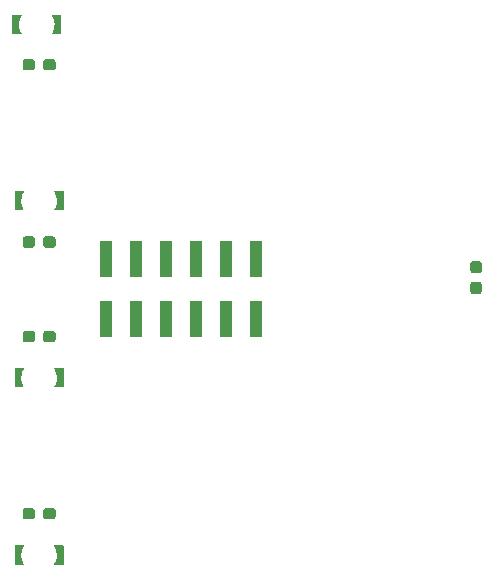
<source format=gbr>
G04 #@! TF.GenerationSoftware,KiCad,Pcbnew,(5.1.4)-1*
G04 #@! TF.CreationDate,2020-04-17T22:20:21+02:00*
G04 #@! TF.ProjectId,Frontplatte,46726f6e-7470-46c6-9174-74652e6b6963,rev?*
G04 #@! TF.SameCoordinates,Original*
G04 #@! TF.FileFunction,Paste,Top*
G04 #@! TF.FilePolarity,Positive*
%FSLAX46Y46*%
G04 Gerber Fmt 4.6, Leading zero omitted, Abs format (unit mm)*
G04 Created by KiCad (PCBNEW (5.1.4)-1) date 2020-04-17 22:20:21*
%MOMM*%
%LPD*%
G04 APERTURE LIST*
%ADD10C,0.500000*%
%ADD11C,0.100000*%
%ADD12R,1.000000X3.150000*%
%ADD13C,0.950000*%
G04 APERTURE END LIST*
D10*
X128620000Y-53100000D03*
D11*
G36*
X128870080Y-51740001D02*
G01*
X128870140Y-51740001D01*
X128870619Y-51740031D01*
X128871045Y-51740055D01*
X128871074Y-51740059D01*
X128871115Y-51740062D01*
X128871556Y-51740134D01*
X128872011Y-51740204D01*
X128872053Y-51740215D01*
X128872079Y-51740219D01*
X128872452Y-51740317D01*
X128872957Y-51740447D01*
X128872990Y-51740459D01*
X128873024Y-51740468D01*
X128873406Y-51740610D01*
X128873875Y-51740781D01*
X128873914Y-51740800D01*
X128873939Y-51740809D01*
X128874341Y-51741005D01*
X128874756Y-51741204D01*
X128874780Y-51741218D01*
X128874818Y-51741237D01*
X128875265Y-51741512D01*
X128875592Y-51741710D01*
X128875617Y-51741729D01*
X128875650Y-51741749D01*
X128876025Y-51742034D01*
X128876374Y-51742295D01*
X128876400Y-51742319D01*
X128876428Y-51742340D01*
X128876787Y-51742672D01*
X128877096Y-51742954D01*
X128877116Y-51742976D01*
X128877145Y-51743003D01*
X128877465Y-51743364D01*
X128877749Y-51743680D01*
X128877768Y-51743706D01*
X128877793Y-51743734D01*
X128878093Y-51744147D01*
X128878329Y-51744466D01*
X128878344Y-51744490D01*
X128878368Y-51744524D01*
X128878629Y-51744970D01*
X128878829Y-51745305D01*
X128878843Y-51745334D01*
X128878862Y-51745367D01*
X128879066Y-51745809D01*
X128879245Y-51746189D01*
X128879255Y-51746218D01*
X128879272Y-51746254D01*
X128879411Y-51746655D01*
X128879573Y-51747110D01*
X128879581Y-51747144D01*
X128879593Y-51747177D01*
X128879696Y-51747602D01*
X128879810Y-51748058D01*
X128879815Y-51748094D01*
X128879823Y-51748126D01*
X128879888Y-51748588D01*
X128879952Y-51749024D01*
X128879954Y-51749055D01*
X128879959Y-51749094D01*
X128879977Y-51749530D01*
X128880000Y-51750000D01*
X128880000Y-53350000D01*
X128879999Y-53350140D01*
X128879972Y-53350566D01*
X128879945Y-53351045D01*
X128879941Y-53351074D01*
X128879938Y-53351115D01*
X128879866Y-53351556D01*
X128879796Y-53352011D01*
X128879785Y-53352053D01*
X128879781Y-53352079D01*
X128879683Y-53352452D01*
X128879553Y-53352957D01*
X128879541Y-53352990D01*
X128879532Y-53353024D01*
X128879390Y-53353406D01*
X128879219Y-53353875D01*
X128879202Y-53353910D01*
X128879191Y-53353939D01*
X128878995Y-53354341D01*
X128878796Y-53354756D01*
X128878782Y-53354780D01*
X128878763Y-53354818D01*
X128878488Y-53355265D01*
X128878290Y-53355592D01*
X128878271Y-53355617D01*
X128878251Y-53355650D01*
X128877963Y-53356030D01*
X128877705Y-53356374D01*
X128877681Y-53356400D01*
X128877660Y-53356428D01*
X128877328Y-53356787D01*
X128877046Y-53357096D01*
X128877024Y-53357116D01*
X128876997Y-53357145D01*
X128876646Y-53357456D01*
X128876320Y-53357749D01*
X128876294Y-53357768D01*
X128876266Y-53357793D01*
X128875853Y-53358093D01*
X128875534Y-53358329D01*
X128875510Y-53358344D01*
X128875476Y-53358368D01*
X128875030Y-53358629D01*
X128874695Y-53358829D01*
X128874666Y-53358843D01*
X128874633Y-53358862D01*
X128874175Y-53359074D01*
X128873811Y-53359245D01*
X128873782Y-53359255D01*
X128873746Y-53359272D01*
X128873285Y-53359432D01*
X128872890Y-53359573D01*
X128872856Y-53359581D01*
X128872823Y-53359593D01*
X128872398Y-53359696D01*
X128871942Y-53359810D01*
X128871906Y-53359815D01*
X128871874Y-53359823D01*
X128871412Y-53359888D01*
X128870976Y-53359952D01*
X128870945Y-53359954D01*
X128870906Y-53359959D01*
X128870410Y-53359980D01*
X128870000Y-53360000D01*
X128073674Y-53360000D01*
X128073029Y-53360298D01*
X128072106Y-53360618D01*
X128071157Y-53360848D01*
X128070189Y-53360983D01*
X128069213Y-53361024D01*
X128068237Y-53360969D01*
X128067272Y-53360819D01*
X128066325Y-53360575D01*
X128065408Y-53360241D01*
X128064527Y-53359818D01*
X128063691Y-53359312D01*
X128062910Y-53358726D01*
X128062188Y-53358067D01*
X128061535Y-53357341D01*
X128060955Y-53356555D01*
X128060456Y-53355715D01*
X128060040Y-53354830D01*
X128059713Y-53353910D01*
X128059477Y-53352962D01*
X128059335Y-53351995D01*
X128059287Y-53351020D01*
X128059335Y-53350044D01*
X128059479Y-53349078D01*
X128059715Y-53348129D01*
X128060043Y-53347209D01*
X128060460Y-53346326D01*
X128060960Y-53345486D01*
X128094613Y-53294883D01*
X128161751Y-53176582D01*
X128216967Y-53052420D01*
X128259805Y-52923457D01*
X128289853Y-52790937D01*
X128306828Y-52656109D01*
X128310000Y-52540767D01*
X128310000Y-52512266D01*
X128301026Y-52384723D01*
X128278307Y-52250750D01*
X128242623Y-52119632D01*
X128194313Y-51992617D01*
X128133842Y-51870928D01*
X128061522Y-51755303D01*
X128061448Y-51755184D01*
X128061292Y-51754896D01*
X128061138Y-51754633D01*
X128061069Y-51754485D01*
X128060983Y-51754325D01*
X128060859Y-51754029D01*
X128060728Y-51753746D01*
X128060669Y-51753578D01*
X128060605Y-51753424D01*
X128060512Y-51753126D01*
X128060407Y-51752823D01*
X128060367Y-51752660D01*
X128060315Y-51752491D01*
X128060252Y-51752184D01*
X128060177Y-51751874D01*
X128060152Y-51751693D01*
X128060119Y-51751534D01*
X128060088Y-51751238D01*
X128060041Y-51750906D01*
X128060033Y-51750727D01*
X128060016Y-51750562D01*
X128060014Y-51750259D01*
X128060000Y-51749930D01*
X128060010Y-51749750D01*
X128060009Y-51749585D01*
X128060037Y-51749278D01*
X128060055Y-51748955D01*
X128060082Y-51748783D01*
X128060097Y-51748612D01*
X128060155Y-51748305D01*
X128060204Y-51747989D01*
X128060247Y-51747822D01*
X128060279Y-51747653D01*
X128060367Y-51747353D01*
X128060447Y-51747043D01*
X128060508Y-51746874D01*
X128060555Y-51746716D01*
X128060671Y-51746428D01*
X128060781Y-51746125D01*
X128060854Y-51745973D01*
X128060920Y-51745809D01*
X128061075Y-51745513D01*
X128061204Y-51745244D01*
X128061289Y-51745103D01*
X128061373Y-51744943D01*
X128061554Y-51744666D01*
X128061710Y-51744408D01*
X128061806Y-51744279D01*
X128061907Y-51744125D01*
X128062113Y-51743869D01*
X128062295Y-51743626D01*
X128062414Y-51743496D01*
X128062520Y-51743364D01*
X128062735Y-51743144D01*
X128062954Y-51742904D01*
X128063082Y-51742789D01*
X128063202Y-51742666D01*
X128063452Y-51742456D01*
X128063680Y-51742251D01*
X128063813Y-51742153D01*
X128063951Y-51742037D01*
X128064215Y-51741856D01*
X128064466Y-51741671D01*
X128064616Y-51741582D01*
X128064757Y-51741485D01*
X128065036Y-51741331D01*
X128065305Y-51741171D01*
X128065456Y-51741100D01*
X128065612Y-51741014D01*
X128065920Y-51740882D01*
X128066189Y-51740755D01*
X128066338Y-51740702D01*
X128066510Y-51740628D01*
X128066833Y-51740526D01*
X128067110Y-51740427D01*
X128067273Y-51740386D01*
X128067441Y-51740333D01*
X128067748Y-51740267D01*
X128068058Y-51740190D01*
X128068229Y-51740165D01*
X128068397Y-51740129D01*
X128068709Y-51740094D01*
X128069024Y-51740048D01*
X128069206Y-51740039D01*
X128069368Y-51740021D01*
X128069666Y-51740016D01*
X128070000Y-51740000D01*
X128870070Y-51740000D01*
X128870080Y-51740001D01*
X128870080Y-51740001D01*
G37*
D10*
X125000000Y-52000000D03*
D11*
G36*
X124749920Y-53359999D02*
G01*
X124749860Y-53359999D01*
X124749381Y-53359969D01*
X124748955Y-53359945D01*
X124748926Y-53359941D01*
X124748885Y-53359938D01*
X124748444Y-53359866D01*
X124747989Y-53359796D01*
X124747947Y-53359785D01*
X124747921Y-53359781D01*
X124747548Y-53359683D01*
X124747043Y-53359553D01*
X124747010Y-53359541D01*
X124746976Y-53359532D01*
X124746594Y-53359390D01*
X124746125Y-53359219D01*
X124746086Y-53359200D01*
X124746061Y-53359191D01*
X124745659Y-53358995D01*
X124745244Y-53358796D01*
X124745220Y-53358782D01*
X124745182Y-53358763D01*
X124744735Y-53358488D01*
X124744408Y-53358290D01*
X124744383Y-53358271D01*
X124744350Y-53358251D01*
X124743975Y-53357966D01*
X124743626Y-53357705D01*
X124743600Y-53357681D01*
X124743572Y-53357660D01*
X124743213Y-53357328D01*
X124742904Y-53357046D01*
X124742884Y-53357024D01*
X124742855Y-53356997D01*
X124742535Y-53356636D01*
X124742251Y-53356320D01*
X124742232Y-53356294D01*
X124742207Y-53356266D01*
X124741907Y-53355853D01*
X124741671Y-53355534D01*
X124741656Y-53355510D01*
X124741632Y-53355476D01*
X124741371Y-53355030D01*
X124741171Y-53354695D01*
X124741157Y-53354666D01*
X124741138Y-53354633D01*
X124740934Y-53354191D01*
X124740755Y-53353811D01*
X124740745Y-53353782D01*
X124740728Y-53353746D01*
X124740589Y-53353345D01*
X124740427Y-53352890D01*
X124740419Y-53352856D01*
X124740407Y-53352823D01*
X124740304Y-53352398D01*
X124740190Y-53351942D01*
X124740185Y-53351906D01*
X124740177Y-53351874D01*
X124740112Y-53351412D01*
X124740048Y-53350976D01*
X124740046Y-53350945D01*
X124740041Y-53350906D01*
X124740023Y-53350470D01*
X124740000Y-53350000D01*
X124740000Y-51750000D01*
X124740001Y-51749860D01*
X124740028Y-51749434D01*
X124740055Y-51748955D01*
X124740059Y-51748926D01*
X124740062Y-51748885D01*
X124740134Y-51748444D01*
X124740204Y-51747989D01*
X124740215Y-51747947D01*
X124740219Y-51747921D01*
X124740317Y-51747548D01*
X124740447Y-51747043D01*
X124740459Y-51747010D01*
X124740468Y-51746976D01*
X124740610Y-51746594D01*
X124740781Y-51746125D01*
X124740798Y-51746090D01*
X124740809Y-51746061D01*
X124741005Y-51745659D01*
X124741204Y-51745244D01*
X124741218Y-51745220D01*
X124741237Y-51745182D01*
X124741512Y-51744735D01*
X124741710Y-51744408D01*
X124741729Y-51744383D01*
X124741749Y-51744350D01*
X124742037Y-51743970D01*
X124742295Y-51743626D01*
X124742319Y-51743600D01*
X124742340Y-51743572D01*
X124742672Y-51743213D01*
X124742954Y-51742904D01*
X124742976Y-51742884D01*
X124743003Y-51742855D01*
X124743354Y-51742544D01*
X124743680Y-51742251D01*
X124743706Y-51742232D01*
X124743734Y-51742207D01*
X124744147Y-51741907D01*
X124744466Y-51741671D01*
X124744490Y-51741656D01*
X124744524Y-51741632D01*
X124744970Y-51741371D01*
X124745305Y-51741171D01*
X124745334Y-51741157D01*
X124745367Y-51741138D01*
X124745825Y-51740926D01*
X124746189Y-51740755D01*
X124746218Y-51740745D01*
X124746254Y-51740728D01*
X124746715Y-51740568D01*
X124747110Y-51740427D01*
X124747144Y-51740419D01*
X124747177Y-51740407D01*
X124747602Y-51740304D01*
X124748058Y-51740190D01*
X124748094Y-51740185D01*
X124748126Y-51740177D01*
X124748588Y-51740112D01*
X124749024Y-51740048D01*
X124749055Y-51740046D01*
X124749094Y-51740041D01*
X124749590Y-51740020D01*
X124750000Y-51740000D01*
X125546326Y-51740000D01*
X125546971Y-51739702D01*
X125547894Y-51739382D01*
X125548843Y-51739152D01*
X125549811Y-51739017D01*
X125550787Y-51738976D01*
X125551763Y-51739031D01*
X125552728Y-51739181D01*
X125553675Y-51739425D01*
X125554592Y-51739759D01*
X125555473Y-51740182D01*
X125556309Y-51740688D01*
X125557090Y-51741274D01*
X125557812Y-51741933D01*
X125558465Y-51742659D01*
X125559045Y-51743445D01*
X125559544Y-51744285D01*
X125559960Y-51745170D01*
X125560287Y-51746090D01*
X125560523Y-51747038D01*
X125560665Y-51748005D01*
X125560713Y-51748980D01*
X125560665Y-51749956D01*
X125560521Y-51750922D01*
X125560285Y-51751871D01*
X125559957Y-51752791D01*
X125559540Y-51753674D01*
X125559040Y-51754514D01*
X125525387Y-51805117D01*
X125458249Y-51923418D01*
X125403033Y-52047580D01*
X125360195Y-52176543D01*
X125330147Y-52309063D01*
X125313172Y-52443891D01*
X125310000Y-52559233D01*
X125310000Y-52587734D01*
X125318974Y-52715277D01*
X125341693Y-52849250D01*
X125377377Y-52980368D01*
X125425687Y-53107383D01*
X125486158Y-53229072D01*
X125558478Y-53344697D01*
X125558552Y-53344816D01*
X125558708Y-53345104D01*
X125558862Y-53345367D01*
X125558931Y-53345515D01*
X125559017Y-53345675D01*
X125559141Y-53345971D01*
X125559272Y-53346254D01*
X125559331Y-53346422D01*
X125559395Y-53346576D01*
X125559488Y-53346874D01*
X125559593Y-53347177D01*
X125559633Y-53347340D01*
X125559685Y-53347509D01*
X125559748Y-53347816D01*
X125559823Y-53348126D01*
X125559848Y-53348307D01*
X125559881Y-53348466D01*
X125559912Y-53348762D01*
X125559959Y-53349094D01*
X125559967Y-53349273D01*
X125559984Y-53349438D01*
X125559986Y-53349741D01*
X125560000Y-53350070D01*
X125559990Y-53350250D01*
X125559991Y-53350415D01*
X125559963Y-53350722D01*
X125559945Y-53351045D01*
X125559918Y-53351217D01*
X125559903Y-53351388D01*
X125559845Y-53351695D01*
X125559796Y-53352011D01*
X125559753Y-53352178D01*
X125559721Y-53352347D01*
X125559633Y-53352647D01*
X125559553Y-53352957D01*
X125559492Y-53353126D01*
X125559445Y-53353284D01*
X125559329Y-53353572D01*
X125559219Y-53353875D01*
X125559146Y-53354027D01*
X125559080Y-53354191D01*
X125558925Y-53354487D01*
X125558796Y-53354756D01*
X125558711Y-53354897D01*
X125558627Y-53355057D01*
X125558446Y-53355334D01*
X125558290Y-53355592D01*
X125558194Y-53355721D01*
X125558093Y-53355875D01*
X125557887Y-53356131D01*
X125557705Y-53356374D01*
X125557586Y-53356504D01*
X125557480Y-53356636D01*
X125557265Y-53356856D01*
X125557046Y-53357096D01*
X125556918Y-53357211D01*
X125556798Y-53357334D01*
X125556548Y-53357544D01*
X125556320Y-53357749D01*
X125556187Y-53357847D01*
X125556049Y-53357963D01*
X125555785Y-53358144D01*
X125555534Y-53358329D01*
X125555384Y-53358418D01*
X125555243Y-53358515D01*
X125554964Y-53358669D01*
X125554695Y-53358829D01*
X125554544Y-53358900D01*
X125554388Y-53358986D01*
X125554080Y-53359118D01*
X125553811Y-53359245D01*
X125553662Y-53359298D01*
X125553490Y-53359372D01*
X125553167Y-53359474D01*
X125552890Y-53359573D01*
X125552727Y-53359614D01*
X125552559Y-53359667D01*
X125552252Y-53359733D01*
X125551942Y-53359810D01*
X125551771Y-53359835D01*
X125551603Y-53359871D01*
X125551291Y-53359906D01*
X125550976Y-53359952D01*
X125550794Y-53359961D01*
X125550632Y-53359979D01*
X125550334Y-53359984D01*
X125550000Y-53360000D01*
X124749930Y-53360000D01*
X124749920Y-53359999D01*
X124749920Y-53359999D01*
G37*
D10*
X125190000Y-66950000D03*
D11*
G36*
X124939920Y-68309999D02*
G01*
X124939860Y-68309999D01*
X124939381Y-68309969D01*
X124938955Y-68309945D01*
X124938926Y-68309941D01*
X124938885Y-68309938D01*
X124938444Y-68309866D01*
X124937989Y-68309796D01*
X124937947Y-68309785D01*
X124937921Y-68309781D01*
X124937548Y-68309683D01*
X124937043Y-68309553D01*
X124937010Y-68309541D01*
X124936976Y-68309532D01*
X124936594Y-68309390D01*
X124936125Y-68309219D01*
X124936086Y-68309200D01*
X124936061Y-68309191D01*
X124935659Y-68308995D01*
X124935244Y-68308796D01*
X124935220Y-68308782D01*
X124935182Y-68308763D01*
X124934735Y-68308488D01*
X124934408Y-68308290D01*
X124934383Y-68308271D01*
X124934350Y-68308251D01*
X124933975Y-68307966D01*
X124933626Y-68307705D01*
X124933600Y-68307681D01*
X124933572Y-68307660D01*
X124933213Y-68307328D01*
X124932904Y-68307046D01*
X124932884Y-68307024D01*
X124932855Y-68306997D01*
X124932535Y-68306636D01*
X124932251Y-68306320D01*
X124932232Y-68306294D01*
X124932207Y-68306266D01*
X124931907Y-68305853D01*
X124931671Y-68305534D01*
X124931656Y-68305510D01*
X124931632Y-68305476D01*
X124931371Y-68305030D01*
X124931171Y-68304695D01*
X124931157Y-68304666D01*
X124931138Y-68304633D01*
X124930934Y-68304191D01*
X124930755Y-68303811D01*
X124930745Y-68303782D01*
X124930728Y-68303746D01*
X124930589Y-68303345D01*
X124930427Y-68302890D01*
X124930419Y-68302856D01*
X124930407Y-68302823D01*
X124930304Y-68302398D01*
X124930190Y-68301942D01*
X124930185Y-68301906D01*
X124930177Y-68301874D01*
X124930112Y-68301412D01*
X124930048Y-68300976D01*
X124930046Y-68300945D01*
X124930041Y-68300906D01*
X124930023Y-68300470D01*
X124930000Y-68300000D01*
X124930000Y-66700000D01*
X124930001Y-66699860D01*
X124930028Y-66699434D01*
X124930055Y-66698955D01*
X124930059Y-66698926D01*
X124930062Y-66698885D01*
X124930134Y-66698444D01*
X124930204Y-66697989D01*
X124930215Y-66697947D01*
X124930219Y-66697921D01*
X124930317Y-66697548D01*
X124930447Y-66697043D01*
X124930459Y-66697010D01*
X124930468Y-66696976D01*
X124930610Y-66696594D01*
X124930781Y-66696125D01*
X124930798Y-66696090D01*
X124930809Y-66696061D01*
X124931005Y-66695659D01*
X124931204Y-66695244D01*
X124931218Y-66695220D01*
X124931237Y-66695182D01*
X124931512Y-66694735D01*
X124931710Y-66694408D01*
X124931729Y-66694383D01*
X124931749Y-66694350D01*
X124932037Y-66693970D01*
X124932295Y-66693626D01*
X124932319Y-66693600D01*
X124932340Y-66693572D01*
X124932672Y-66693213D01*
X124932954Y-66692904D01*
X124932976Y-66692884D01*
X124933003Y-66692855D01*
X124933354Y-66692544D01*
X124933680Y-66692251D01*
X124933706Y-66692232D01*
X124933734Y-66692207D01*
X124934147Y-66691907D01*
X124934466Y-66691671D01*
X124934490Y-66691656D01*
X124934524Y-66691632D01*
X124934970Y-66691371D01*
X124935305Y-66691171D01*
X124935334Y-66691157D01*
X124935367Y-66691138D01*
X124935825Y-66690926D01*
X124936189Y-66690755D01*
X124936218Y-66690745D01*
X124936254Y-66690728D01*
X124936715Y-66690568D01*
X124937110Y-66690427D01*
X124937144Y-66690419D01*
X124937177Y-66690407D01*
X124937602Y-66690304D01*
X124938058Y-66690190D01*
X124938094Y-66690185D01*
X124938126Y-66690177D01*
X124938588Y-66690112D01*
X124939024Y-66690048D01*
X124939055Y-66690046D01*
X124939094Y-66690041D01*
X124939590Y-66690020D01*
X124940000Y-66690000D01*
X125736326Y-66690000D01*
X125736971Y-66689702D01*
X125737894Y-66689382D01*
X125738843Y-66689152D01*
X125739811Y-66689017D01*
X125740787Y-66688976D01*
X125741763Y-66689031D01*
X125742728Y-66689181D01*
X125743675Y-66689425D01*
X125744592Y-66689759D01*
X125745473Y-66690182D01*
X125746309Y-66690688D01*
X125747090Y-66691274D01*
X125747812Y-66691933D01*
X125748465Y-66692659D01*
X125749045Y-66693445D01*
X125749544Y-66694285D01*
X125749960Y-66695170D01*
X125750287Y-66696090D01*
X125750523Y-66697038D01*
X125750665Y-66698005D01*
X125750713Y-66698980D01*
X125750665Y-66699956D01*
X125750521Y-66700922D01*
X125750285Y-66701871D01*
X125749957Y-66702791D01*
X125749540Y-66703674D01*
X125749040Y-66704514D01*
X125715387Y-66755117D01*
X125648249Y-66873418D01*
X125593033Y-66997580D01*
X125550195Y-67126543D01*
X125520147Y-67259063D01*
X125503172Y-67393891D01*
X125500000Y-67509233D01*
X125500000Y-67537734D01*
X125508974Y-67665277D01*
X125531693Y-67799250D01*
X125567377Y-67930368D01*
X125615687Y-68057383D01*
X125676158Y-68179072D01*
X125748478Y-68294697D01*
X125748552Y-68294816D01*
X125748708Y-68295104D01*
X125748862Y-68295367D01*
X125748931Y-68295515D01*
X125749017Y-68295675D01*
X125749141Y-68295971D01*
X125749272Y-68296254D01*
X125749331Y-68296422D01*
X125749395Y-68296576D01*
X125749488Y-68296874D01*
X125749593Y-68297177D01*
X125749633Y-68297340D01*
X125749685Y-68297509D01*
X125749748Y-68297816D01*
X125749823Y-68298126D01*
X125749848Y-68298307D01*
X125749881Y-68298466D01*
X125749912Y-68298762D01*
X125749959Y-68299094D01*
X125749967Y-68299273D01*
X125749984Y-68299438D01*
X125749986Y-68299741D01*
X125750000Y-68300070D01*
X125749990Y-68300250D01*
X125749991Y-68300415D01*
X125749963Y-68300722D01*
X125749945Y-68301045D01*
X125749918Y-68301217D01*
X125749903Y-68301388D01*
X125749845Y-68301695D01*
X125749796Y-68302011D01*
X125749753Y-68302178D01*
X125749721Y-68302347D01*
X125749633Y-68302647D01*
X125749553Y-68302957D01*
X125749492Y-68303126D01*
X125749445Y-68303284D01*
X125749329Y-68303572D01*
X125749219Y-68303875D01*
X125749146Y-68304027D01*
X125749080Y-68304191D01*
X125748925Y-68304487D01*
X125748796Y-68304756D01*
X125748711Y-68304897D01*
X125748627Y-68305057D01*
X125748446Y-68305334D01*
X125748290Y-68305592D01*
X125748194Y-68305721D01*
X125748093Y-68305875D01*
X125747887Y-68306131D01*
X125747705Y-68306374D01*
X125747586Y-68306504D01*
X125747480Y-68306636D01*
X125747265Y-68306856D01*
X125747046Y-68307096D01*
X125746918Y-68307211D01*
X125746798Y-68307334D01*
X125746548Y-68307544D01*
X125746320Y-68307749D01*
X125746187Y-68307847D01*
X125746049Y-68307963D01*
X125745785Y-68308144D01*
X125745534Y-68308329D01*
X125745384Y-68308418D01*
X125745243Y-68308515D01*
X125744964Y-68308669D01*
X125744695Y-68308829D01*
X125744544Y-68308900D01*
X125744388Y-68308986D01*
X125744080Y-68309118D01*
X125743811Y-68309245D01*
X125743662Y-68309298D01*
X125743490Y-68309372D01*
X125743167Y-68309474D01*
X125742890Y-68309573D01*
X125742727Y-68309614D01*
X125742559Y-68309667D01*
X125742252Y-68309733D01*
X125741942Y-68309810D01*
X125741771Y-68309835D01*
X125741603Y-68309871D01*
X125741291Y-68309906D01*
X125740976Y-68309952D01*
X125740794Y-68309961D01*
X125740632Y-68309979D01*
X125740334Y-68309984D01*
X125740000Y-68310000D01*
X124939930Y-68310000D01*
X124939920Y-68309999D01*
X124939920Y-68309999D01*
G37*
D10*
X128810000Y-68050000D03*
D11*
G36*
X129060080Y-66690001D02*
G01*
X129060140Y-66690001D01*
X129060619Y-66690031D01*
X129061045Y-66690055D01*
X129061074Y-66690059D01*
X129061115Y-66690062D01*
X129061556Y-66690134D01*
X129062011Y-66690204D01*
X129062053Y-66690215D01*
X129062079Y-66690219D01*
X129062452Y-66690317D01*
X129062957Y-66690447D01*
X129062990Y-66690459D01*
X129063024Y-66690468D01*
X129063406Y-66690610D01*
X129063875Y-66690781D01*
X129063914Y-66690800D01*
X129063939Y-66690809D01*
X129064341Y-66691005D01*
X129064756Y-66691204D01*
X129064780Y-66691218D01*
X129064818Y-66691237D01*
X129065265Y-66691512D01*
X129065592Y-66691710D01*
X129065617Y-66691729D01*
X129065650Y-66691749D01*
X129066025Y-66692034D01*
X129066374Y-66692295D01*
X129066400Y-66692319D01*
X129066428Y-66692340D01*
X129066787Y-66692672D01*
X129067096Y-66692954D01*
X129067116Y-66692976D01*
X129067145Y-66693003D01*
X129067465Y-66693364D01*
X129067749Y-66693680D01*
X129067768Y-66693706D01*
X129067793Y-66693734D01*
X129068093Y-66694147D01*
X129068329Y-66694466D01*
X129068344Y-66694490D01*
X129068368Y-66694524D01*
X129068629Y-66694970D01*
X129068829Y-66695305D01*
X129068843Y-66695334D01*
X129068862Y-66695367D01*
X129069066Y-66695809D01*
X129069245Y-66696189D01*
X129069255Y-66696218D01*
X129069272Y-66696254D01*
X129069411Y-66696655D01*
X129069573Y-66697110D01*
X129069581Y-66697144D01*
X129069593Y-66697177D01*
X129069696Y-66697602D01*
X129069810Y-66698058D01*
X129069815Y-66698094D01*
X129069823Y-66698126D01*
X129069888Y-66698588D01*
X129069952Y-66699024D01*
X129069954Y-66699055D01*
X129069959Y-66699094D01*
X129069977Y-66699530D01*
X129070000Y-66700000D01*
X129070000Y-68300000D01*
X129069999Y-68300140D01*
X129069972Y-68300566D01*
X129069945Y-68301045D01*
X129069941Y-68301074D01*
X129069938Y-68301115D01*
X129069866Y-68301556D01*
X129069796Y-68302011D01*
X129069785Y-68302053D01*
X129069781Y-68302079D01*
X129069683Y-68302452D01*
X129069553Y-68302957D01*
X129069541Y-68302990D01*
X129069532Y-68303024D01*
X129069390Y-68303406D01*
X129069219Y-68303875D01*
X129069202Y-68303910D01*
X129069191Y-68303939D01*
X129068995Y-68304341D01*
X129068796Y-68304756D01*
X129068782Y-68304780D01*
X129068763Y-68304818D01*
X129068488Y-68305265D01*
X129068290Y-68305592D01*
X129068271Y-68305617D01*
X129068251Y-68305650D01*
X129067963Y-68306030D01*
X129067705Y-68306374D01*
X129067681Y-68306400D01*
X129067660Y-68306428D01*
X129067328Y-68306787D01*
X129067046Y-68307096D01*
X129067024Y-68307116D01*
X129066997Y-68307145D01*
X129066646Y-68307456D01*
X129066320Y-68307749D01*
X129066294Y-68307768D01*
X129066266Y-68307793D01*
X129065853Y-68308093D01*
X129065534Y-68308329D01*
X129065510Y-68308344D01*
X129065476Y-68308368D01*
X129065030Y-68308629D01*
X129064695Y-68308829D01*
X129064666Y-68308843D01*
X129064633Y-68308862D01*
X129064175Y-68309074D01*
X129063811Y-68309245D01*
X129063782Y-68309255D01*
X129063746Y-68309272D01*
X129063285Y-68309432D01*
X129062890Y-68309573D01*
X129062856Y-68309581D01*
X129062823Y-68309593D01*
X129062398Y-68309696D01*
X129061942Y-68309810D01*
X129061906Y-68309815D01*
X129061874Y-68309823D01*
X129061412Y-68309888D01*
X129060976Y-68309952D01*
X129060945Y-68309954D01*
X129060906Y-68309959D01*
X129060410Y-68309980D01*
X129060000Y-68310000D01*
X128263674Y-68310000D01*
X128263029Y-68310298D01*
X128262106Y-68310618D01*
X128261157Y-68310848D01*
X128260189Y-68310983D01*
X128259213Y-68311024D01*
X128258237Y-68310969D01*
X128257272Y-68310819D01*
X128256325Y-68310575D01*
X128255408Y-68310241D01*
X128254527Y-68309818D01*
X128253691Y-68309312D01*
X128252910Y-68308726D01*
X128252188Y-68308067D01*
X128251535Y-68307341D01*
X128250955Y-68306555D01*
X128250456Y-68305715D01*
X128250040Y-68304830D01*
X128249713Y-68303910D01*
X128249477Y-68302962D01*
X128249335Y-68301995D01*
X128249287Y-68301020D01*
X128249335Y-68300044D01*
X128249479Y-68299078D01*
X128249715Y-68298129D01*
X128250043Y-68297209D01*
X128250460Y-68296326D01*
X128250960Y-68295486D01*
X128284613Y-68244883D01*
X128351751Y-68126582D01*
X128406967Y-68002420D01*
X128449805Y-67873457D01*
X128479853Y-67740937D01*
X128496828Y-67606109D01*
X128500000Y-67490767D01*
X128500000Y-67462266D01*
X128491026Y-67334723D01*
X128468307Y-67200750D01*
X128432623Y-67069632D01*
X128384313Y-66942617D01*
X128323842Y-66820928D01*
X128251522Y-66705303D01*
X128251448Y-66705184D01*
X128251292Y-66704896D01*
X128251138Y-66704633D01*
X128251069Y-66704485D01*
X128250983Y-66704325D01*
X128250859Y-66704029D01*
X128250728Y-66703746D01*
X128250669Y-66703578D01*
X128250605Y-66703424D01*
X128250512Y-66703126D01*
X128250407Y-66702823D01*
X128250367Y-66702660D01*
X128250315Y-66702491D01*
X128250252Y-66702184D01*
X128250177Y-66701874D01*
X128250152Y-66701693D01*
X128250119Y-66701534D01*
X128250088Y-66701238D01*
X128250041Y-66700906D01*
X128250033Y-66700727D01*
X128250016Y-66700562D01*
X128250014Y-66700259D01*
X128250000Y-66699930D01*
X128250010Y-66699750D01*
X128250009Y-66699585D01*
X128250037Y-66699278D01*
X128250055Y-66698955D01*
X128250082Y-66698783D01*
X128250097Y-66698612D01*
X128250155Y-66698305D01*
X128250204Y-66697989D01*
X128250247Y-66697822D01*
X128250279Y-66697653D01*
X128250367Y-66697353D01*
X128250447Y-66697043D01*
X128250508Y-66696874D01*
X128250555Y-66696716D01*
X128250671Y-66696428D01*
X128250781Y-66696125D01*
X128250854Y-66695973D01*
X128250920Y-66695809D01*
X128251075Y-66695513D01*
X128251204Y-66695244D01*
X128251289Y-66695103D01*
X128251373Y-66694943D01*
X128251554Y-66694666D01*
X128251710Y-66694408D01*
X128251806Y-66694279D01*
X128251907Y-66694125D01*
X128252113Y-66693869D01*
X128252295Y-66693626D01*
X128252414Y-66693496D01*
X128252520Y-66693364D01*
X128252735Y-66693144D01*
X128252954Y-66692904D01*
X128253082Y-66692789D01*
X128253202Y-66692666D01*
X128253452Y-66692456D01*
X128253680Y-66692251D01*
X128253813Y-66692153D01*
X128253951Y-66692037D01*
X128254215Y-66691856D01*
X128254466Y-66691671D01*
X128254616Y-66691582D01*
X128254757Y-66691485D01*
X128255036Y-66691331D01*
X128255305Y-66691171D01*
X128255456Y-66691100D01*
X128255612Y-66691014D01*
X128255920Y-66690882D01*
X128256189Y-66690755D01*
X128256338Y-66690702D01*
X128256510Y-66690628D01*
X128256833Y-66690526D01*
X128257110Y-66690427D01*
X128257273Y-66690386D01*
X128257441Y-66690333D01*
X128257748Y-66690267D01*
X128258058Y-66690190D01*
X128258229Y-66690165D01*
X128258397Y-66690129D01*
X128258709Y-66690094D01*
X128259024Y-66690048D01*
X128259206Y-66690039D01*
X128259368Y-66690021D01*
X128259666Y-66690016D01*
X128260000Y-66690000D01*
X129060070Y-66690000D01*
X129060080Y-66690001D01*
X129060080Y-66690001D01*
G37*
D10*
X128810000Y-83050000D03*
D11*
G36*
X129060080Y-81690001D02*
G01*
X129060140Y-81690001D01*
X129060619Y-81690031D01*
X129061045Y-81690055D01*
X129061074Y-81690059D01*
X129061115Y-81690062D01*
X129061556Y-81690134D01*
X129062011Y-81690204D01*
X129062053Y-81690215D01*
X129062079Y-81690219D01*
X129062452Y-81690317D01*
X129062957Y-81690447D01*
X129062990Y-81690459D01*
X129063024Y-81690468D01*
X129063406Y-81690610D01*
X129063875Y-81690781D01*
X129063914Y-81690800D01*
X129063939Y-81690809D01*
X129064341Y-81691005D01*
X129064756Y-81691204D01*
X129064780Y-81691218D01*
X129064818Y-81691237D01*
X129065265Y-81691512D01*
X129065592Y-81691710D01*
X129065617Y-81691729D01*
X129065650Y-81691749D01*
X129066025Y-81692034D01*
X129066374Y-81692295D01*
X129066400Y-81692319D01*
X129066428Y-81692340D01*
X129066787Y-81692672D01*
X129067096Y-81692954D01*
X129067116Y-81692976D01*
X129067145Y-81693003D01*
X129067465Y-81693364D01*
X129067749Y-81693680D01*
X129067768Y-81693706D01*
X129067793Y-81693734D01*
X129068093Y-81694147D01*
X129068329Y-81694466D01*
X129068344Y-81694490D01*
X129068368Y-81694524D01*
X129068629Y-81694970D01*
X129068829Y-81695305D01*
X129068843Y-81695334D01*
X129068862Y-81695367D01*
X129069066Y-81695809D01*
X129069245Y-81696189D01*
X129069255Y-81696218D01*
X129069272Y-81696254D01*
X129069411Y-81696655D01*
X129069573Y-81697110D01*
X129069581Y-81697144D01*
X129069593Y-81697177D01*
X129069696Y-81697602D01*
X129069810Y-81698058D01*
X129069815Y-81698094D01*
X129069823Y-81698126D01*
X129069888Y-81698588D01*
X129069952Y-81699024D01*
X129069954Y-81699055D01*
X129069959Y-81699094D01*
X129069977Y-81699530D01*
X129070000Y-81700000D01*
X129070000Y-83300000D01*
X129069999Y-83300140D01*
X129069972Y-83300566D01*
X129069945Y-83301045D01*
X129069941Y-83301074D01*
X129069938Y-83301115D01*
X129069866Y-83301556D01*
X129069796Y-83302011D01*
X129069785Y-83302053D01*
X129069781Y-83302079D01*
X129069683Y-83302452D01*
X129069553Y-83302957D01*
X129069541Y-83302990D01*
X129069532Y-83303024D01*
X129069390Y-83303406D01*
X129069219Y-83303875D01*
X129069202Y-83303910D01*
X129069191Y-83303939D01*
X129068995Y-83304341D01*
X129068796Y-83304756D01*
X129068782Y-83304780D01*
X129068763Y-83304818D01*
X129068488Y-83305265D01*
X129068290Y-83305592D01*
X129068271Y-83305617D01*
X129068251Y-83305650D01*
X129067963Y-83306030D01*
X129067705Y-83306374D01*
X129067681Y-83306400D01*
X129067660Y-83306428D01*
X129067328Y-83306787D01*
X129067046Y-83307096D01*
X129067024Y-83307116D01*
X129066997Y-83307145D01*
X129066646Y-83307456D01*
X129066320Y-83307749D01*
X129066294Y-83307768D01*
X129066266Y-83307793D01*
X129065853Y-83308093D01*
X129065534Y-83308329D01*
X129065510Y-83308344D01*
X129065476Y-83308368D01*
X129065030Y-83308629D01*
X129064695Y-83308829D01*
X129064666Y-83308843D01*
X129064633Y-83308862D01*
X129064175Y-83309074D01*
X129063811Y-83309245D01*
X129063782Y-83309255D01*
X129063746Y-83309272D01*
X129063285Y-83309432D01*
X129062890Y-83309573D01*
X129062856Y-83309581D01*
X129062823Y-83309593D01*
X129062398Y-83309696D01*
X129061942Y-83309810D01*
X129061906Y-83309815D01*
X129061874Y-83309823D01*
X129061412Y-83309888D01*
X129060976Y-83309952D01*
X129060945Y-83309954D01*
X129060906Y-83309959D01*
X129060410Y-83309980D01*
X129060000Y-83310000D01*
X128263674Y-83310000D01*
X128263029Y-83310298D01*
X128262106Y-83310618D01*
X128261157Y-83310848D01*
X128260189Y-83310983D01*
X128259213Y-83311024D01*
X128258237Y-83310969D01*
X128257272Y-83310819D01*
X128256325Y-83310575D01*
X128255408Y-83310241D01*
X128254527Y-83309818D01*
X128253691Y-83309312D01*
X128252910Y-83308726D01*
X128252188Y-83308067D01*
X128251535Y-83307341D01*
X128250955Y-83306555D01*
X128250456Y-83305715D01*
X128250040Y-83304830D01*
X128249713Y-83303910D01*
X128249477Y-83302962D01*
X128249335Y-83301995D01*
X128249287Y-83301020D01*
X128249335Y-83300044D01*
X128249479Y-83299078D01*
X128249715Y-83298129D01*
X128250043Y-83297209D01*
X128250460Y-83296326D01*
X128250960Y-83295486D01*
X128284613Y-83244883D01*
X128351751Y-83126582D01*
X128406967Y-83002420D01*
X128449805Y-82873457D01*
X128479853Y-82740937D01*
X128496828Y-82606109D01*
X128500000Y-82490767D01*
X128500000Y-82462266D01*
X128491026Y-82334723D01*
X128468307Y-82200750D01*
X128432623Y-82069632D01*
X128384313Y-81942617D01*
X128323842Y-81820928D01*
X128251522Y-81705303D01*
X128251448Y-81705184D01*
X128251292Y-81704896D01*
X128251138Y-81704633D01*
X128251069Y-81704485D01*
X128250983Y-81704325D01*
X128250859Y-81704029D01*
X128250728Y-81703746D01*
X128250669Y-81703578D01*
X128250605Y-81703424D01*
X128250512Y-81703126D01*
X128250407Y-81702823D01*
X128250367Y-81702660D01*
X128250315Y-81702491D01*
X128250252Y-81702184D01*
X128250177Y-81701874D01*
X128250152Y-81701693D01*
X128250119Y-81701534D01*
X128250088Y-81701238D01*
X128250041Y-81700906D01*
X128250033Y-81700727D01*
X128250016Y-81700562D01*
X128250014Y-81700259D01*
X128250000Y-81699930D01*
X128250010Y-81699750D01*
X128250009Y-81699585D01*
X128250037Y-81699278D01*
X128250055Y-81698955D01*
X128250082Y-81698783D01*
X128250097Y-81698612D01*
X128250155Y-81698305D01*
X128250204Y-81697989D01*
X128250247Y-81697822D01*
X128250279Y-81697653D01*
X128250367Y-81697353D01*
X128250447Y-81697043D01*
X128250508Y-81696874D01*
X128250555Y-81696716D01*
X128250671Y-81696428D01*
X128250781Y-81696125D01*
X128250854Y-81695973D01*
X128250920Y-81695809D01*
X128251075Y-81695513D01*
X128251204Y-81695244D01*
X128251289Y-81695103D01*
X128251373Y-81694943D01*
X128251554Y-81694666D01*
X128251710Y-81694408D01*
X128251806Y-81694279D01*
X128251907Y-81694125D01*
X128252113Y-81693869D01*
X128252295Y-81693626D01*
X128252414Y-81693496D01*
X128252520Y-81693364D01*
X128252735Y-81693144D01*
X128252954Y-81692904D01*
X128253082Y-81692789D01*
X128253202Y-81692666D01*
X128253452Y-81692456D01*
X128253680Y-81692251D01*
X128253813Y-81692153D01*
X128253951Y-81692037D01*
X128254215Y-81691856D01*
X128254466Y-81691671D01*
X128254616Y-81691582D01*
X128254757Y-81691485D01*
X128255036Y-81691331D01*
X128255305Y-81691171D01*
X128255456Y-81691100D01*
X128255612Y-81691014D01*
X128255920Y-81690882D01*
X128256189Y-81690755D01*
X128256338Y-81690702D01*
X128256510Y-81690628D01*
X128256833Y-81690526D01*
X128257110Y-81690427D01*
X128257273Y-81690386D01*
X128257441Y-81690333D01*
X128257748Y-81690267D01*
X128258058Y-81690190D01*
X128258229Y-81690165D01*
X128258397Y-81690129D01*
X128258709Y-81690094D01*
X128259024Y-81690048D01*
X128259206Y-81690039D01*
X128259368Y-81690021D01*
X128259666Y-81690016D01*
X128260000Y-81690000D01*
X129060070Y-81690000D01*
X129060080Y-81690001D01*
X129060080Y-81690001D01*
G37*
D10*
X125190000Y-81950000D03*
D11*
G36*
X124939920Y-83309999D02*
G01*
X124939860Y-83309999D01*
X124939381Y-83309969D01*
X124938955Y-83309945D01*
X124938926Y-83309941D01*
X124938885Y-83309938D01*
X124938444Y-83309866D01*
X124937989Y-83309796D01*
X124937947Y-83309785D01*
X124937921Y-83309781D01*
X124937548Y-83309683D01*
X124937043Y-83309553D01*
X124937010Y-83309541D01*
X124936976Y-83309532D01*
X124936594Y-83309390D01*
X124936125Y-83309219D01*
X124936086Y-83309200D01*
X124936061Y-83309191D01*
X124935659Y-83308995D01*
X124935244Y-83308796D01*
X124935220Y-83308782D01*
X124935182Y-83308763D01*
X124934735Y-83308488D01*
X124934408Y-83308290D01*
X124934383Y-83308271D01*
X124934350Y-83308251D01*
X124933975Y-83307966D01*
X124933626Y-83307705D01*
X124933600Y-83307681D01*
X124933572Y-83307660D01*
X124933213Y-83307328D01*
X124932904Y-83307046D01*
X124932884Y-83307024D01*
X124932855Y-83306997D01*
X124932535Y-83306636D01*
X124932251Y-83306320D01*
X124932232Y-83306294D01*
X124932207Y-83306266D01*
X124931907Y-83305853D01*
X124931671Y-83305534D01*
X124931656Y-83305510D01*
X124931632Y-83305476D01*
X124931371Y-83305030D01*
X124931171Y-83304695D01*
X124931157Y-83304666D01*
X124931138Y-83304633D01*
X124930934Y-83304191D01*
X124930755Y-83303811D01*
X124930745Y-83303782D01*
X124930728Y-83303746D01*
X124930589Y-83303345D01*
X124930427Y-83302890D01*
X124930419Y-83302856D01*
X124930407Y-83302823D01*
X124930304Y-83302398D01*
X124930190Y-83301942D01*
X124930185Y-83301906D01*
X124930177Y-83301874D01*
X124930112Y-83301412D01*
X124930048Y-83300976D01*
X124930046Y-83300945D01*
X124930041Y-83300906D01*
X124930023Y-83300470D01*
X124930000Y-83300000D01*
X124930000Y-81700000D01*
X124930001Y-81699860D01*
X124930028Y-81699434D01*
X124930055Y-81698955D01*
X124930059Y-81698926D01*
X124930062Y-81698885D01*
X124930134Y-81698444D01*
X124930204Y-81697989D01*
X124930215Y-81697947D01*
X124930219Y-81697921D01*
X124930317Y-81697548D01*
X124930447Y-81697043D01*
X124930459Y-81697010D01*
X124930468Y-81696976D01*
X124930610Y-81696594D01*
X124930781Y-81696125D01*
X124930798Y-81696090D01*
X124930809Y-81696061D01*
X124931005Y-81695659D01*
X124931204Y-81695244D01*
X124931218Y-81695220D01*
X124931237Y-81695182D01*
X124931512Y-81694735D01*
X124931710Y-81694408D01*
X124931729Y-81694383D01*
X124931749Y-81694350D01*
X124932037Y-81693970D01*
X124932295Y-81693626D01*
X124932319Y-81693600D01*
X124932340Y-81693572D01*
X124932672Y-81693213D01*
X124932954Y-81692904D01*
X124932976Y-81692884D01*
X124933003Y-81692855D01*
X124933354Y-81692544D01*
X124933680Y-81692251D01*
X124933706Y-81692232D01*
X124933734Y-81692207D01*
X124934147Y-81691907D01*
X124934466Y-81691671D01*
X124934490Y-81691656D01*
X124934524Y-81691632D01*
X124934970Y-81691371D01*
X124935305Y-81691171D01*
X124935334Y-81691157D01*
X124935367Y-81691138D01*
X124935825Y-81690926D01*
X124936189Y-81690755D01*
X124936218Y-81690745D01*
X124936254Y-81690728D01*
X124936715Y-81690568D01*
X124937110Y-81690427D01*
X124937144Y-81690419D01*
X124937177Y-81690407D01*
X124937602Y-81690304D01*
X124938058Y-81690190D01*
X124938094Y-81690185D01*
X124938126Y-81690177D01*
X124938588Y-81690112D01*
X124939024Y-81690048D01*
X124939055Y-81690046D01*
X124939094Y-81690041D01*
X124939590Y-81690020D01*
X124940000Y-81690000D01*
X125736326Y-81690000D01*
X125736971Y-81689702D01*
X125737894Y-81689382D01*
X125738843Y-81689152D01*
X125739811Y-81689017D01*
X125740787Y-81688976D01*
X125741763Y-81689031D01*
X125742728Y-81689181D01*
X125743675Y-81689425D01*
X125744592Y-81689759D01*
X125745473Y-81690182D01*
X125746309Y-81690688D01*
X125747090Y-81691274D01*
X125747812Y-81691933D01*
X125748465Y-81692659D01*
X125749045Y-81693445D01*
X125749544Y-81694285D01*
X125749960Y-81695170D01*
X125750287Y-81696090D01*
X125750523Y-81697038D01*
X125750665Y-81698005D01*
X125750713Y-81698980D01*
X125750665Y-81699956D01*
X125750521Y-81700922D01*
X125750285Y-81701871D01*
X125749957Y-81702791D01*
X125749540Y-81703674D01*
X125749040Y-81704514D01*
X125715387Y-81755117D01*
X125648249Y-81873418D01*
X125593033Y-81997580D01*
X125550195Y-82126543D01*
X125520147Y-82259063D01*
X125503172Y-82393891D01*
X125500000Y-82509233D01*
X125500000Y-82537734D01*
X125508974Y-82665277D01*
X125531693Y-82799250D01*
X125567377Y-82930368D01*
X125615687Y-83057383D01*
X125676158Y-83179072D01*
X125748478Y-83294697D01*
X125748552Y-83294816D01*
X125748708Y-83295104D01*
X125748862Y-83295367D01*
X125748931Y-83295515D01*
X125749017Y-83295675D01*
X125749141Y-83295971D01*
X125749272Y-83296254D01*
X125749331Y-83296422D01*
X125749395Y-83296576D01*
X125749488Y-83296874D01*
X125749593Y-83297177D01*
X125749633Y-83297340D01*
X125749685Y-83297509D01*
X125749748Y-83297816D01*
X125749823Y-83298126D01*
X125749848Y-83298307D01*
X125749881Y-83298466D01*
X125749912Y-83298762D01*
X125749959Y-83299094D01*
X125749967Y-83299273D01*
X125749984Y-83299438D01*
X125749986Y-83299741D01*
X125750000Y-83300070D01*
X125749990Y-83300250D01*
X125749991Y-83300415D01*
X125749963Y-83300722D01*
X125749945Y-83301045D01*
X125749918Y-83301217D01*
X125749903Y-83301388D01*
X125749845Y-83301695D01*
X125749796Y-83302011D01*
X125749753Y-83302178D01*
X125749721Y-83302347D01*
X125749633Y-83302647D01*
X125749553Y-83302957D01*
X125749492Y-83303126D01*
X125749445Y-83303284D01*
X125749329Y-83303572D01*
X125749219Y-83303875D01*
X125749146Y-83304027D01*
X125749080Y-83304191D01*
X125748925Y-83304487D01*
X125748796Y-83304756D01*
X125748711Y-83304897D01*
X125748627Y-83305057D01*
X125748446Y-83305334D01*
X125748290Y-83305592D01*
X125748194Y-83305721D01*
X125748093Y-83305875D01*
X125747887Y-83306131D01*
X125747705Y-83306374D01*
X125747586Y-83306504D01*
X125747480Y-83306636D01*
X125747265Y-83306856D01*
X125747046Y-83307096D01*
X125746918Y-83307211D01*
X125746798Y-83307334D01*
X125746548Y-83307544D01*
X125746320Y-83307749D01*
X125746187Y-83307847D01*
X125746049Y-83307963D01*
X125745785Y-83308144D01*
X125745534Y-83308329D01*
X125745384Y-83308418D01*
X125745243Y-83308515D01*
X125744964Y-83308669D01*
X125744695Y-83308829D01*
X125744544Y-83308900D01*
X125744388Y-83308986D01*
X125744080Y-83309118D01*
X125743811Y-83309245D01*
X125743662Y-83309298D01*
X125743490Y-83309372D01*
X125743167Y-83309474D01*
X125742890Y-83309573D01*
X125742727Y-83309614D01*
X125742559Y-83309667D01*
X125742252Y-83309733D01*
X125741942Y-83309810D01*
X125741771Y-83309835D01*
X125741603Y-83309871D01*
X125741291Y-83309906D01*
X125740976Y-83309952D01*
X125740794Y-83309961D01*
X125740632Y-83309979D01*
X125740334Y-83309984D01*
X125740000Y-83310000D01*
X124939930Y-83310000D01*
X124939920Y-83309999D01*
X124939920Y-83309999D01*
G37*
D10*
X125190000Y-96950000D03*
D11*
G36*
X124939920Y-98309999D02*
G01*
X124939860Y-98309999D01*
X124939381Y-98309969D01*
X124938955Y-98309945D01*
X124938926Y-98309941D01*
X124938885Y-98309938D01*
X124938444Y-98309866D01*
X124937989Y-98309796D01*
X124937947Y-98309785D01*
X124937921Y-98309781D01*
X124937548Y-98309683D01*
X124937043Y-98309553D01*
X124937010Y-98309541D01*
X124936976Y-98309532D01*
X124936594Y-98309390D01*
X124936125Y-98309219D01*
X124936086Y-98309200D01*
X124936061Y-98309191D01*
X124935659Y-98308995D01*
X124935244Y-98308796D01*
X124935220Y-98308782D01*
X124935182Y-98308763D01*
X124934735Y-98308488D01*
X124934408Y-98308290D01*
X124934383Y-98308271D01*
X124934350Y-98308251D01*
X124933975Y-98307966D01*
X124933626Y-98307705D01*
X124933600Y-98307681D01*
X124933572Y-98307660D01*
X124933213Y-98307328D01*
X124932904Y-98307046D01*
X124932884Y-98307024D01*
X124932855Y-98306997D01*
X124932535Y-98306636D01*
X124932251Y-98306320D01*
X124932232Y-98306294D01*
X124932207Y-98306266D01*
X124931907Y-98305853D01*
X124931671Y-98305534D01*
X124931656Y-98305510D01*
X124931632Y-98305476D01*
X124931371Y-98305030D01*
X124931171Y-98304695D01*
X124931157Y-98304666D01*
X124931138Y-98304633D01*
X124930934Y-98304191D01*
X124930755Y-98303811D01*
X124930745Y-98303782D01*
X124930728Y-98303746D01*
X124930589Y-98303345D01*
X124930427Y-98302890D01*
X124930419Y-98302856D01*
X124930407Y-98302823D01*
X124930304Y-98302398D01*
X124930190Y-98301942D01*
X124930185Y-98301906D01*
X124930177Y-98301874D01*
X124930112Y-98301412D01*
X124930048Y-98300976D01*
X124930046Y-98300945D01*
X124930041Y-98300906D01*
X124930023Y-98300470D01*
X124930000Y-98300000D01*
X124930000Y-96700000D01*
X124930001Y-96699860D01*
X124930028Y-96699434D01*
X124930055Y-96698955D01*
X124930059Y-96698926D01*
X124930062Y-96698885D01*
X124930134Y-96698444D01*
X124930204Y-96697989D01*
X124930215Y-96697947D01*
X124930219Y-96697921D01*
X124930317Y-96697548D01*
X124930447Y-96697043D01*
X124930459Y-96697010D01*
X124930468Y-96696976D01*
X124930610Y-96696594D01*
X124930781Y-96696125D01*
X124930798Y-96696090D01*
X124930809Y-96696061D01*
X124931005Y-96695659D01*
X124931204Y-96695244D01*
X124931218Y-96695220D01*
X124931237Y-96695182D01*
X124931512Y-96694735D01*
X124931710Y-96694408D01*
X124931729Y-96694383D01*
X124931749Y-96694350D01*
X124932037Y-96693970D01*
X124932295Y-96693626D01*
X124932319Y-96693600D01*
X124932340Y-96693572D01*
X124932672Y-96693213D01*
X124932954Y-96692904D01*
X124932976Y-96692884D01*
X124933003Y-96692855D01*
X124933354Y-96692544D01*
X124933680Y-96692251D01*
X124933706Y-96692232D01*
X124933734Y-96692207D01*
X124934147Y-96691907D01*
X124934466Y-96691671D01*
X124934490Y-96691656D01*
X124934524Y-96691632D01*
X124934970Y-96691371D01*
X124935305Y-96691171D01*
X124935334Y-96691157D01*
X124935367Y-96691138D01*
X124935825Y-96690926D01*
X124936189Y-96690755D01*
X124936218Y-96690745D01*
X124936254Y-96690728D01*
X124936715Y-96690568D01*
X124937110Y-96690427D01*
X124937144Y-96690419D01*
X124937177Y-96690407D01*
X124937602Y-96690304D01*
X124938058Y-96690190D01*
X124938094Y-96690185D01*
X124938126Y-96690177D01*
X124938588Y-96690112D01*
X124939024Y-96690048D01*
X124939055Y-96690046D01*
X124939094Y-96690041D01*
X124939590Y-96690020D01*
X124940000Y-96690000D01*
X125736326Y-96690000D01*
X125736971Y-96689702D01*
X125737894Y-96689382D01*
X125738843Y-96689152D01*
X125739811Y-96689017D01*
X125740787Y-96688976D01*
X125741763Y-96689031D01*
X125742728Y-96689181D01*
X125743675Y-96689425D01*
X125744592Y-96689759D01*
X125745473Y-96690182D01*
X125746309Y-96690688D01*
X125747090Y-96691274D01*
X125747812Y-96691933D01*
X125748465Y-96692659D01*
X125749045Y-96693445D01*
X125749544Y-96694285D01*
X125749960Y-96695170D01*
X125750287Y-96696090D01*
X125750523Y-96697038D01*
X125750665Y-96698005D01*
X125750713Y-96698980D01*
X125750665Y-96699956D01*
X125750521Y-96700922D01*
X125750285Y-96701871D01*
X125749957Y-96702791D01*
X125749540Y-96703674D01*
X125749040Y-96704514D01*
X125715387Y-96755117D01*
X125648249Y-96873418D01*
X125593033Y-96997580D01*
X125550195Y-97126543D01*
X125520147Y-97259063D01*
X125503172Y-97393891D01*
X125500000Y-97509233D01*
X125500000Y-97537734D01*
X125508974Y-97665277D01*
X125531693Y-97799250D01*
X125567377Y-97930368D01*
X125615687Y-98057383D01*
X125676158Y-98179072D01*
X125748478Y-98294697D01*
X125748552Y-98294816D01*
X125748708Y-98295104D01*
X125748862Y-98295367D01*
X125748931Y-98295515D01*
X125749017Y-98295675D01*
X125749141Y-98295971D01*
X125749272Y-98296254D01*
X125749331Y-98296422D01*
X125749395Y-98296576D01*
X125749488Y-98296874D01*
X125749593Y-98297177D01*
X125749633Y-98297340D01*
X125749685Y-98297509D01*
X125749748Y-98297816D01*
X125749823Y-98298126D01*
X125749848Y-98298307D01*
X125749881Y-98298466D01*
X125749912Y-98298762D01*
X125749959Y-98299094D01*
X125749967Y-98299273D01*
X125749984Y-98299438D01*
X125749986Y-98299741D01*
X125750000Y-98300070D01*
X125749990Y-98300250D01*
X125749991Y-98300415D01*
X125749963Y-98300722D01*
X125749945Y-98301045D01*
X125749918Y-98301217D01*
X125749903Y-98301388D01*
X125749845Y-98301695D01*
X125749796Y-98302011D01*
X125749753Y-98302178D01*
X125749721Y-98302347D01*
X125749633Y-98302647D01*
X125749553Y-98302957D01*
X125749492Y-98303126D01*
X125749445Y-98303284D01*
X125749329Y-98303572D01*
X125749219Y-98303875D01*
X125749146Y-98304027D01*
X125749080Y-98304191D01*
X125748925Y-98304487D01*
X125748796Y-98304756D01*
X125748711Y-98304897D01*
X125748627Y-98305057D01*
X125748446Y-98305334D01*
X125748290Y-98305592D01*
X125748194Y-98305721D01*
X125748093Y-98305875D01*
X125747887Y-98306131D01*
X125747705Y-98306374D01*
X125747586Y-98306504D01*
X125747480Y-98306636D01*
X125747265Y-98306856D01*
X125747046Y-98307096D01*
X125746918Y-98307211D01*
X125746798Y-98307334D01*
X125746548Y-98307544D01*
X125746320Y-98307749D01*
X125746187Y-98307847D01*
X125746049Y-98307963D01*
X125745785Y-98308144D01*
X125745534Y-98308329D01*
X125745384Y-98308418D01*
X125745243Y-98308515D01*
X125744964Y-98308669D01*
X125744695Y-98308829D01*
X125744544Y-98308900D01*
X125744388Y-98308986D01*
X125744080Y-98309118D01*
X125743811Y-98309245D01*
X125743662Y-98309298D01*
X125743490Y-98309372D01*
X125743167Y-98309474D01*
X125742890Y-98309573D01*
X125742727Y-98309614D01*
X125742559Y-98309667D01*
X125742252Y-98309733D01*
X125741942Y-98309810D01*
X125741771Y-98309835D01*
X125741603Y-98309871D01*
X125741291Y-98309906D01*
X125740976Y-98309952D01*
X125740794Y-98309961D01*
X125740632Y-98309979D01*
X125740334Y-98309984D01*
X125740000Y-98310000D01*
X124939930Y-98310000D01*
X124939920Y-98309999D01*
X124939920Y-98309999D01*
G37*
D10*
X128810000Y-98050000D03*
D11*
G36*
X129060080Y-96690001D02*
G01*
X129060140Y-96690001D01*
X129060619Y-96690031D01*
X129061045Y-96690055D01*
X129061074Y-96690059D01*
X129061115Y-96690062D01*
X129061556Y-96690134D01*
X129062011Y-96690204D01*
X129062053Y-96690215D01*
X129062079Y-96690219D01*
X129062452Y-96690317D01*
X129062957Y-96690447D01*
X129062990Y-96690459D01*
X129063024Y-96690468D01*
X129063406Y-96690610D01*
X129063875Y-96690781D01*
X129063914Y-96690800D01*
X129063939Y-96690809D01*
X129064341Y-96691005D01*
X129064756Y-96691204D01*
X129064780Y-96691218D01*
X129064818Y-96691237D01*
X129065265Y-96691512D01*
X129065592Y-96691710D01*
X129065617Y-96691729D01*
X129065650Y-96691749D01*
X129066025Y-96692034D01*
X129066374Y-96692295D01*
X129066400Y-96692319D01*
X129066428Y-96692340D01*
X129066787Y-96692672D01*
X129067096Y-96692954D01*
X129067116Y-96692976D01*
X129067145Y-96693003D01*
X129067465Y-96693364D01*
X129067749Y-96693680D01*
X129067768Y-96693706D01*
X129067793Y-96693734D01*
X129068093Y-96694147D01*
X129068329Y-96694466D01*
X129068344Y-96694490D01*
X129068368Y-96694524D01*
X129068629Y-96694970D01*
X129068829Y-96695305D01*
X129068843Y-96695334D01*
X129068862Y-96695367D01*
X129069066Y-96695809D01*
X129069245Y-96696189D01*
X129069255Y-96696218D01*
X129069272Y-96696254D01*
X129069411Y-96696655D01*
X129069573Y-96697110D01*
X129069581Y-96697144D01*
X129069593Y-96697177D01*
X129069696Y-96697602D01*
X129069810Y-96698058D01*
X129069815Y-96698094D01*
X129069823Y-96698126D01*
X129069888Y-96698588D01*
X129069952Y-96699024D01*
X129069954Y-96699055D01*
X129069959Y-96699094D01*
X129069977Y-96699530D01*
X129070000Y-96700000D01*
X129070000Y-98300000D01*
X129069999Y-98300140D01*
X129069972Y-98300566D01*
X129069945Y-98301045D01*
X129069941Y-98301074D01*
X129069938Y-98301115D01*
X129069866Y-98301556D01*
X129069796Y-98302011D01*
X129069785Y-98302053D01*
X129069781Y-98302079D01*
X129069683Y-98302452D01*
X129069553Y-98302957D01*
X129069541Y-98302990D01*
X129069532Y-98303024D01*
X129069390Y-98303406D01*
X129069219Y-98303875D01*
X129069202Y-98303910D01*
X129069191Y-98303939D01*
X129068995Y-98304341D01*
X129068796Y-98304756D01*
X129068782Y-98304780D01*
X129068763Y-98304818D01*
X129068488Y-98305265D01*
X129068290Y-98305592D01*
X129068271Y-98305617D01*
X129068251Y-98305650D01*
X129067963Y-98306030D01*
X129067705Y-98306374D01*
X129067681Y-98306400D01*
X129067660Y-98306428D01*
X129067328Y-98306787D01*
X129067046Y-98307096D01*
X129067024Y-98307116D01*
X129066997Y-98307145D01*
X129066646Y-98307456D01*
X129066320Y-98307749D01*
X129066294Y-98307768D01*
X129066266Y-98307793D01*
X129065853Y-98308093D01*
X129065534Y-98308329D01*
X129065510Y-98308344D01*
X129065476Y-98308368D01*
X129065030Y-98308629D01*
X129064695Y-98308829D01*
X129064666Y-98308843D01*
X129064633Y-98308862D01*
X129064175Y-98309074D01*
X129063811Y-98309245D01*
X129063782Y-98309255D01*
X129063746Y-98309272D01*
X129063285Y-98309432D01*
X129062890Y-98309573D01*
X129062856Y-98309581D01*
X129062823Y-98309593D01*
X129062398Y-98309696D01*
X129061942Y-98309810D01*
X129061906Y-98309815D01*
X129061874Y-98309823D01*
X129061412Y-98309888D01*
X129060976Y-98309952D01*
X129060945Y-98309954D01*
X129060906Y-98309959D01*
X129060410Y-98309980D01*
X129060000Y-98310000D01*
X128263674Y-98310000D01*
X128263029Y-98310298D01*
X128262106Y-98310618D01*
X128261157Y-98310848D01*
X128260189Y-98310983D01*
X128259213Y-98311024D01*
X128258237Y-98310969D01*
X128257272Y-98310819D01*
X128256325Y-98310575D01*
X128255408Y-98310241D01*
X128254527Y-98309818D01*
X128253691Y-98309312D01*
X128252910Y-98308726D01*
X128252188Y-98308067D01*
X128251535Y-98307341D01*
X128250955Y-98306555D01*
X128250456Y-98305715D01*
X128250040Y-98304830D01*
X128249713Y-98303910D01*
X128249477Y-98302962D01*
X128249335Y-98301995D01*
X128249287Y-98301020D01*
X128249335Y-98300044D01*
X128249479Y-98299078D01*
X128249715Y-98298129D01*
X128250043Y-98297209D01*
X128250460Y-98296326D01*
X128250960Y-98295486D01*
X128284613Y-98244883D01*
X128351751Y-98126582D01*
X128406967Y-98002420D01*
X128449805Y-97873457D01*
X128479853Y-97740937D01*
X128496828Y-97606109D01*
X128500000Y-97490767D01*
X128500000Y-97462266D01*
X128491026Y-97334723D01*
X128468307Y-97200750D01*
X128432623Y-97069632D01*
X128384313Y-96942617D01*
X128323842Y-96820928D01*
X128251522Y-96705303D01*
X128251448Y-96705184D01*
X128251292Y-96704896D01*
X128251138Y-96704633D01*
X128251069Y-96704485D01*
X128250983Y-96704325D01*
X128250859Y-96704029D01*
X128250728Y-96703746D01*
X128250669Y-96703578D01*
X128250605Y-96703424D01*
X128250512Y-96703126D01*
X128250407Y-96702823D01*
X128250367Y-96702660D01*
X128250315Y-96702491D01*
X128250252Y-96702184D01*
X128250177Y-96701874D01*
X128250152Y-96701693D01*
X128250119Y-96701534D01*
X128250088Y-96701238D01*
X128250041Y-96700906D01*
X128250033Y-96700727D01*
X128250016Y-96700562D01*
X128250014Y-96700259D01*
X128250000Y-96699930D01*
X128250010Y-96699750D01*
X128250009Y-96699585D01*
X128250037Y-96699278D01*
X128250055Y-96698955D01*
X128250082Y-96698783D01*
X128250097Y-96698612D01*
X128250155Y-96698305D01*
X128250204Y-96697989D01*
X128250247Y-96697822D01*
X128250279Y-96697653D01*
X128250367Y-96697353D01*
X128250447Y-96697043D01*
X128250508Y-96696874D01*
X128250555Y-96696716D01*
X128250671Y-96696428D01*
X128250781Y-96696125D01*
X128250854Y-96695973D01*
X128250920Y-96695809D01*
X128251075Y-96695513D01*
X128251204Y-96695244D01*
X128251289Y-96695103D01*
X128251373Y-96694943D01*
X128251554Y-96694666D01*
X128251710Y-96694408D01*
X128251806Y-96694279D01*
X128251907Y-96694125D01*
X128252113Y-96693869D01*
X128252295Y-96693626D01*
X128252414Y-96693496D01*
X128252520Y-96693364D01*
X128252735Y-96693144D01*
X128252954Y-96692904D01*
X128253082Y-96692789D01*
X128253202Y-96692666D01*
X128253452Y-96692456D01*
X128253680Y-96692251D01*
X128253813Y-96692153D01*
X128253951Y-96692037D01*
X128254215Y-96691856D01*
X128254466Y-96691671D01*
X128254616Y-96691582D01*
X128254757Y-96691485D01*
X128255036Y-96691331D01*
X128255305Y-96691171D01*
X128255456Y-96691100D01*
X128255612Y-96691014D01*
X128255920Y-96690882D01*
X128256189Y-96690755D01*
X128256338Y-96690702D01*
X128256510Y-96690628D01*
X128256833Y-96690526D01*
X128257110Y-96690427D01*
X128257273Y-96690386D01*
X128257441Y-96690333D01*
X128257748Y-96690267D01*
X128258058Y-96690190D01*
X128258229Y-96690165D01*
X128258397Y-96690129D01*
X128258709Y-96690094D01*
X128259024Y-96690048D01*
X128259206Y-96690039D01*
X128259368Y-96690021D01*
X128259666Y-96690016D01*
X128260000Y-96690000D01*
X129060070Y-96690000D01*
X129060080Y-96690001D01*
X129060080Y-96690001D01*
G37*
D12*
X132650000Y-77525000D03*
X132650000Y-72475000D03*
X135190000Y-77525000D03*
X135190000Y-72475000D03*
X137730000Y-77525000D03*
X137730000Y-72475000D03*
X140270000Y-77525000D03*
X140270000Y-72475000D03*
X142810000Y-77525000D03*
X142810000Y-72475000D03*
X145350000Y-77525000D03*
X145350000Y-72475000D03*
D11*
G36*
X126435779Y-55526144D02*
G01*
X126458834Y-55529563D01*
X126481443Y-55535227D01*
X126503387Y-55543079D01*
X126524457Y-55553044D01*
X126544448Y-55565026D01*
X126563168Y-55578910D01*
X126580438Y-55594562D01*
X126596090Y-55611832D01*
X126609974Y-55630552D01*
X126621956Y-55650543D01*
X126631921Y-55671613D01*
X126639773Y-55693557D01*
X126645437Y-55716166D01*
X126648856Y-55739221D01*
X126650000Y-55762500D01*
X126650000Y-56237500D01*
X126648856Y-56260779D01*
X126645437Y-56283834D01*
X126639773Y-56306443D01*
X126631921Y-56328387D01*
X126621956Y-56349457D01*
X126609974Y-56369448D01*
X126596090Y-56388168D01*
X126580438Y-56405438D01*
X126563168Y-56421090D01*
X126544448Y-56434974D01*
X126524457Y-56446956D01*
X126503387Y-56456921D01*
X126481443Y-56464773D01*
X126458834Y-56470437D01*
X126435779Y-56473856D01*
X126412500Y-56475000D01*
X125837500Y-56475000D01*
X125814221Y-56473856D01*
X125791166Y-56470437D01*
X125768557Y-56464773D01*
X125746613Y-56456921D01*
X125725543Y-56446956D01*
X125705552Y-56434974D01*
X125686832Y-56421090D01*
X125669562Y-56405438D01*
X125653910Y-56388168D01*
X125640026Y-56369448D01*
X125628044Y-56349457D01*
X125618079Y-56328387D01*
X125610227Y-56306443D01*
X125604563Y-56283834D01*
X125601144Y-56260779D01*
X125600000Y-56237500D01*
X125600000Y-55762500D01*
X125601144Y-55739221D01*
X125604563Y-55716166D01*
X125610227Y-55693557D01*
X125618079Y-55671613D01*
X125628044Y-55650543D01*
X125640026Y-55630552D01*
X125653910Y-55611832D01*
X125669562Y-55594562D01*
X125686832Y-55578910D01*
X125705552Y-55565026D01*
X125725543Y-55553044D01*
X125746613Y-55543079D01*
X125768557Y-55535227D01*
X125791166Y-55529563D01*
X125814221Y-55526144D01*
X125837500Y-55525000D01*
X126412500Y-55525000D01*
X126435779Y-55526144D01*
X126435779Y-55526144D01*
G37*
D13*
X126125000Y-56000000D03*
D11*
G36*
X128185779Y-55526144D02*
G01*
X128208834Y-55529563D01*
X128231443Y-55535227D01*
X128253387Y-55543079D01*
X128274457Y-55553044D01*
X128294448Y-55565026D01*
X128313168Y-55578910D01*
X128330438Y-55594562D01*
X128346090Y-55611832D01*
X128359974Y-55630552D01*
X128371956Y-55650543D01*
X128381921Y-55671613D01*
X128389773Y-55693557D01*
X128395437Y-55716166D01*
X128398856Y-55739221D01*
X128400000Y-55762500D01*
X128400000Y-56237500D01*
X128398856Y-56260779D01*
X128395437Y-56283834D01*
X128389773Y-56306443D01*
X128381921Y-56328387D01*
X128371956Y-56349457D01*
X128359974Y-56369448D01*
X128346090Y-56388168D01*
X128330438Y-56405438D01*
X128313168Y-56421090D01*
X128294448Y-56434974D01*
X128274457Y-56446956D01*
X128253387Y-56456921D01*
X128231443Y-56464773D01*
X128208834Y-56470437D01*
X128185779Y-56473856D01*
X128162500Y-56475000D01*
X127587500Y-56475000D01*
X127564221Y-56473856D01*
X127541166Y-56470437D01*
X127518557Y-56464773D01*
X127496613Y-56456921D01*
X127475543Y-56446956D01*
X127455552Y-56434974D01*
X127436832Y-56421090D01*
X127419562Y-56405438D01*
X127403910Y-56388168D01*
X127390026Y-56369448D01*
X127378044Y-56349457D01*
X127368079Y-56328387D01*
X127360227Y-56306443D01*
X127354563Y-56283834D01*
X127351144Y-56260779D01*
X127350000Y-56237500D01*
X127350000Y-55762500D01*
X127351144Y-55739221D01*
X127354563Y-55716166D01*
X127360227Y-55693557D01*
X127368079Y-55671613D01*
X127378044Y-55650543D01*
X127390026Y-55630552D01*
X127403910Y-55611832D01*
X127419562Y-55594562D01*
X127436832Y-55578910D01*
X127455552Y-55565026D01*
X127475543Y-55553044D01*
X127496613Y-55543079D01*
X127518557Y-55535227D01*
X127541166Y-55529563D01*
X127564221Y-55526144D01*
X127587500Y-55525000D01*
X128162500Y-55525000D01*
X128185779Y-55526144D01*
X128185779Y-55526144D01*
G37*
D13*
X127875000Y-56000000D03*
D11*
G36*
X126435779Y-70526144D02*
G01*
X126458834Y-70529563D01*
X126481443Y-70535227D01*
X126503387Y-70543079D01*
X126524457Y-70553044D01*
X126544448Y-70565026D01*
X126563168Y-70578910D01*
X126580438Y-70594562D01*
X126596090Y-70611832D01*
X126609974Y-70630552D01*
X126621956Y-70650543D01*
X126631921Y-70671613D01*
X126639773Y-70693557D01*
X126645437Y-70716166D01*
X126648856Y-70739221D01*
X126650000Y-70762500D01*
X126650000Y-71237500D01*
X126648856Y-71260779D01*
X126645437Y-71283834D01*
X126639773Y-71306443D01*
X126631921Y-71328387D01*
X126621956Y-71349457D01*
X126609974Y-71369448D01*
X126596090Y-71388168D01*
X126580438Y-71405438D01*
X126563168Y-71421090D01*
X126544448Y-71434974D01*
X126524457Y-71446956D01*
X126503387Y-71456921D01*
X126481443Y-71464773D01*
X126458834Y-71470437D01*
X126435779Y-71473856D01*
X126412500Y-71475000D01*
X125837500Y-71475000D01*
X125814221Y-71473856D01*
X125791166Y-71470437D01*
X125768557Y-71464773D01*
X125746613Y-71456921D01*
X125725543Y-71446956D01*
X125705552Y-71434974D01*
X125686832Y-71421090D01*
X125669562Y-71405438D01*
X125653910Y-71388168D01*
X125640026Y-71369448D01*
X125628044Y-71349457D01*
X125618079Y-71328387D01*
X125610227Y-71306443D01*
X125604563Y-71283834D01*
X125601144Y-71260779D01*
X125600000Y-71237500D01*
X125600000Y-70762500D01*
X125601144Y-70739221D01*
X125604563Y-70716166D01*
X125610227Y-70693557D01*
X125618079Y-70671613D01*
X125628044Y-70650543D01*
X125640026Y-70630552D01*
X125653910Y-70611832D01*
X125669562Y-70594562D01*
X125686832Y-70578910D01*
X125705552Y-70565026D01*
X125725543Y-70553044D01*
X125746613Y-70543079D01*
X125768557Y-70535227D01*
X125791166Y-70529563D01*
X125814221Y-70526144D01*
X125837500Y-70525000D01*
X126412500Y-70525000D01*
X126435779Y-70526144D01*
X126435779Y-70526144D01*
G37*
D13*
X126125000Y-71000000D03*
D11*
G36*
X128185779Y-70526144D02*
G01*
X128208834Y-70529563D01*
X128231443Y-70535227D01*
X128253387Y-70543079D01*
X128274457Y-70553044D01*
X128294448Y-70565026D01*
X128313168Y-70578910D01*
X128330438Y-70594562D01*
X128346090Y-70611832D01*
X128359974Y-70630552D01*
X128371956Y-70650543D01*
X128381921Y-70671613D01*
X128389773Y-70693557D01*
X128395437Y-70716166D01*
X128398856Y-70739221D01*
X128400000Y-70762500D01*
X128400000Y-71237500D01*
X128398856Y-71260779D01*
X128395437Y-71283834D01*
X128389773Y-71306443D01*
X128381921Y-71328387D01*
X128371956Y-71349457D01*
X128359974Y-71369448D01*
X128346090Y-71388168D01*
X128330438Y-71405438D01*
X128313168Y-71421090D01*
X128294448Y-71434974D01*
X128274457Y-71446956D01*
X128253387Y-71456921D01*
X128231443Y-71464773D01*
X128208834Y-71470437D01*
X128185779Y-71473856D01*
X128162500Y-71475000D01*
X127587500Y-71475000D01*
X127564221Y-71473856D01*
X127541166Y-71470437D01*
X127518557Y-71464773D01*
X127496613Y-71456921D01*
X127475543Y-71446956D01*
X127455552Y-71434974D01*
X127436832Y-71421090D01*
X127419562Y-71405438D01*
X127403910Y-71388168D01*
X127390026Y-71369448D01*
X127378044Y-71349457D01*
X127368079Y-71328387D01*
X127360227Y-71306443D01*
X127354563Y-71283834D01*
X127351144Y-71260779D01*
X127350000Y-71237500D01*
X127350000Y-70762500D01*
X127351144Y-70739221D01*
X127354563Y-70716166D01*
X127360227Y-70693557D01*
X127368079Y-70671613D01*
X127378044Y-70650543D01*
X127390026Y-70630552D01*
X127403910Y-70611832D01*
X127419562Y-70594562D01*
X127436832Y-70578910D01*
X127455552Y-70565026D01*
X127475543Y-70553044D01*
X127496613Y-70543079D01*
X127518557Y-70535227D01*
X127541166Y-70529563D01*
X127564221Y-70526144D01*
X127587500Y-70525000D01*
X128162500Y-70525000D01*
X128185779Y-70526144D01*
X128185779Y-70526144D01*
G37*
D13*
X127875000Y-71000000D03*
D11*
G36*
X126435779Y-78526144D02*
G01*
X126458834Y-78529563D01*
X126481443Y-78535227D01*
X126503387Y-78543079D01*
X126524457Y-78553044D01*
X126544448Y-78565026D01*
X126563168Y-78578910D01*
X126580438Y-78594562D01*
X126596090Y-78611832D01*
X126609974Y-78630552D01*
X126621956Y-78650543D01*
X126631921Y-78671613D01*
X126639773Y-78693557D01*
X126645437Y-78716166D01*
X126648856Y-78739221D01*
X126650000Y-78762500D01*
X126650000Y-79237500D01*
X126648856Y-79260779D01*
X126645437Y-79283834D01*
X126639773Y-79306443D01*
X126631921Y-79328387D01*
X126621956Y-79349457D01*
X126609974Y-79369448D01*
X126596090Y-79388168D01*
X126580438Y-79405438D01*
X126563168Y-79421090D01*
X126544448Y-79434974D01*
X126524457Y-79446956D01*
X126503387Y-79456921D01*
X126481443Y-79464773D01*
X126458834Y-79470437D01*
X126435779Y-79473856D01*
X126412500Y-79475000D01*
X125837500Y-79475000D01*
X125814221Y-79473856D01*
X125791166Y-79470437D01*
X125768557Y-79464773D01*
X125746613Y-79456921D01*
X125725543Y-79446956D01*
X125705552Y-79434974D01*
X125686832Y-79421090D01*
X125669562Y-79405438D01*
X125653910Y-79388168D01*
X125640026Y-79369448D01*
X125628044Y-79349457D01*
X125618079Y-79328387D01*
X125610227Y-79306443D01*
X125604563Y-79283834D01*
X125601144Y-79260779D01*
X125600000Y-79237500D01*
X125600000Y-78762500D01*
X125601144Y-78739221D01*
X125604563Y-78716166D01*
X125610227Y-78693557D01*
X125618079Y-78671613D01*
X125628044Y-78650543D01*
X125640026Y-78630552D01*
X125653910Y-78611832D01*
X125669562Y-78594562D01*
X125686832Y-78578910D01*
X125705552Y-78565026D01*
X125725543Y-78553044D01*
X125746613Y-78543079D01*
X125768557Y-78535227D01*
X125791166Y-78529563D01*
X125814221Y-78526144D01*
X125837500Y-78525000D01*
X126412500Y-78525000D01*
X126435779Y-78526144D01*
X126435779Y-78526144D01*
G37*
D13*
X126125000Y-79000000D03*
D11*
G36*
X128185779Y-78526144D02*
G01*
X128208834Y-78529563D01*
X128231443Y-78535227D01*
X128253387Y-78543079D01*
X128274457Y-78553044D01*
X128294448Y-78565026D01*
X128313168Y-78578910D01*
X128330438Y-78594562D01*
X128346090Y-78611832D01*
X128359974Y-78630552D01*
X128371956Y-78650543D01*
X128381921Y-78671613D01*
X128389773Y-78693557D01*
X128395437Y-78716166D01*
X128398856Y-78739221D01*
X128400000Y-78762500D01*
X128400000Y-79237500D01*
X128398856Y-79260779D01*
X128395437Y-79283834D01*
X128389773Y-79306443D01*
X128381921Y-79328387D01*
X128371956Y-79349457D01*
X128359974Y-79369448D01*
X128346090Y-79388168D01*
X128330438Y-79405438D01*
X128313168Y-79421090D01*
X128294448Y-79434974D01*
X128274457Y-79446956D01*
X128253387Y-79456921D01*
X128231443Y-79464773D01*
X128208834Y-79470437D01*
X128185779Y-79473856D01*
X128162500Y-79475000D01*
X127587500Y-79475000D01*
X127564221Y-79473856D01*
X127541166Y-79470437D01*
X127518557Y-79464773D01*
X127496613Y-79456921D01*
X127475543Y-79446956D01*
X127455552Y-79434974D01*
X127436832Y-79421090D01*
X127419562Y-79405438D01*
X127403910Y-79388168D01*
X127390026Y-79369448D01*
X127378044Y-79349457D01*
X127368079Y-79328387D01*
X127360227Y-79306443D01*
X127354563Y-79283834D01*
X127351144Y-79260779D01*
X127350000Y-79237500D01*
X127350000Y-78762500D01*
X127351144Y-78739221D01*
X127354563Y-78716166D01*
X127360227Y-78693557D01*
X127368079Y-78671613D01*
X127378044Y-78650543D01*
X127390026Y-78630552D01*
X127403910Y-78611832D01*
X127419562Y-78594562D01*
X127436832Y-78578910D01*
X127455552Y-78565026D01*
X127475543Y-78553044D01*
X127496613Y-78543079D01*
X127518557Y-78535227D01*
X127541166Y-78529563D01*
X127564221Y-78526144D01*
X127587500Y-78525000D01*
X128162500Y-78525000D01*
X128185779Y-78526144D01*
X128185779Y-78526144D01*
G37*
D13*
X127875000Y-79000000D03*
D11*
G36*
X126435779Y-93526144D02*
G01*
X126458834Y-93529563D01*
X126481443Y-93535227D01*
X126503387Y-93543079D01*
X126524457Y-93553044D01*
X126544448Y-93565026D01*
X126563168Y-93578910D01*
X126580438Y-93594562D01*
X126596090Y-93611832D01*
X126609974Y-93630552D01*
X126621956Y-93650543D01*
X126631921Y-93671613D01*
X126639773Y-93693557D01*
X126645437Y-93716166D01*
X126648856Y-93739221D01*
X126650000Y-93762500D01*
X126650000Y-94237500D01*
X126648856Y-94260779D01*
X126645437Y-94283834D01*
X126639773Y-94306443D01*
X126631921Y-94328387D01*
X126621956Y-94349457D01*
X126609974Y-94369448D01*
X126596090Y-94388168D01*
X126580438Y-94405438D01*
X126563168Y-94421090D01*
X126544448Y-94434974D01*
X126524457Y-94446956D01*
X126503387Y-94456921D01*
X126481443Y-94464773D01*
X126458834Y-94470437D01*
X126435779Y-94473856D01*
X126412500Y-94475000D01*
X125837500Y-94475000D01*
X125814221Y-94473856D01*
X125791166Y-94470437D01*
X125768557Y-94464773D01*
X125746613Y-94456921D01*
X125725543Y-94446956D01*
X125705552Y-94434974D01*
X125686832Y-94421090D01*
X125669562Y-94405438D01*
X125653910Y-94388168D01*
X125640026Y-94369448D01*
X125628044Y-94349457D01*
X125618079Y-94328387D01*
X125610227Y-94306443D01*
X125604563Y-94283834D01*
X125601144Y-94260779D01*
X125600000Y-94237500D01*
X125600000Y-93762500D01*
X125601144Y-93739221D01*
X125604563Y-93716166D01*
X125610227Y-93693557D01*
X125618079Y-93671613D01*
X125628044Y-93650543D01*
X125640026Y-93630552D01*
X125653910Y-93611832D01*
X125669562Y-93594562D01*
X125686832Y-93578910D01*
X125705552Y-93565026D01*
X125725543Y-93553044D01*
X125746613Y-93543079D01*
X125768557Y-93535227D01*
X125791166Y-93529563D01*
X125814221Y-93526144D01*
X125837500Y-93525000D01*
X126412500Y-93525000D01*
X126435779Y-93526144D01*
X126435779Y-93526144D01*
G37*
D13*
X126125000Y-94000000D03*
D11*
G36*
X128185779Y-93526144D02*
G01*
X128208834Y-93529563D01*
X128231443Y-93535227D01*
X128253387Y-93543079D01*
X128274457Y-93553044D01*
X128294448Y-93565026D01*
X128313168Y-93578910D01*
X128330438Y-93594562D01*
X128346090Y-93611832D01*
X128359974Y-93630552D01*
X128371956Y-93650543D01*
X128381921Y-93671613D01*
X128389773Y-93693557D01*
X128395437Y-93716166D01*
X128398856Y-93739221D01*
X128400000Y-93762500D01*
X128400000Y-94237500D01*
X128398856Y-94260779D01*
X128395437Y-94283834D01*
X128389773Y-94306443D01*
X128381921Y-94328387D01*
X128371956Y-94349457D01*
X128359974Y-94369448D01*
X128346090Y-94388168D01*
X128330438Y-94405438D01*
X128313168Y-94421090D01*
X128294448Y-94434974D01*
X128274457Y-94446956D01*
X128253387Y-94456921D01*
X128231443Y-94464773D01*
X128208834Y-94470437D01*
X128185779Y-94473856D01*
X128162500Y-94475000D01*
X127587500Y-94475000D01*
X127564221Y-94473856D01*
X127541166Y-94470437D01*
X127518557Y-94464773D01*
X127496613Y-94456921D01*
X127475543Y-94446956D01*
X127455552Y-94434974D01*
X127436832Y-94421090D01*
X127419562Y-94405438D01*
X127403910Y-94388168D01*
X127390026Y-94369448D01*
X127378044Y-94349457D01*
X127368079Y-94328387D01*
X127360227Y-94306443D01*
X127354563Y-94283834D01*
X127351144Y-94260779D01*
X127350000Y-94237500D01*
X127350000Y-93762500D01*
X127351144Y-93739221D01*
X127354563Y-93716166D01*
X127360227Y-93693557D01*
X127368079Y-93671613D01*
X127378044Y-93650543D01*
X127390026Y-93630552D01*
X127403910Y-93611832D01*
X127419562Y-93594562D01*
X127436832Y-93578910D01*
X127455552Y-93565026D01*
X127475543Y-93553044D01*
X127496613Y-93543079D01*
X127518557Y-93535227D01*
X127541166Y-93529563D01*
X127564221Y-93526144D01*
X127587500Y-93525000D01*
X128162500Y-93525000D01*
X128185779Y-93526144D01*
X128185779Y-93526144D01*
G37*
D13*
X127875000Y-94000000D03*
D11*
G36*
X164260779Y-74351144D02*
G01*
X164283834Y-74354563D01*
X164306443Y-74360227D01*
X164328387Y-74368079D01*
X164349457Y-74378044D01*
X164369448Y-74390026D01*
X164388168Y-74403910D01*
X164405438Y-74419562D01*
X164421090Y-74436832D01*
X164434974Y-74455552D01*
X164446956Y-74475543D01*
X164456921Y-74496613D01*
X164464773Y-74518557D01*
X164470437Y-74541166D01*
X164473856Y-74564221D01*
X164475000Y-74587500D01*
X164475000Y-75162500D01*
X164473856Y-75185779D01*
X164470437Y-75208834D01*
X164464773Y-75231443D01*
X164456921Y-75253387D01*
X164446956Y-75274457D01*
X164434974Y-75294448D01*
X164421090Y-75313168D01*
X164405438Y-75330438D01*
X164388168Y-75346090D01*
X164369448Y-75359974D01*
X164349457Y-75371956D01*
X164328387Y-75381921D01*
X164306443Y-75389773D01*
X164283834Y-75395437D01*
X164260779Y-75398856D01*
X164237500Y-75400000D01*
X163762500Y-75400000D01*
X163739221Y-75398856D01*
X163716166Y-75395437D01*
X163693557Y-75389773D01*
X163671613Y-75381921D01*
X163650543Y-75371956D01*
X163630552Y-75359974D01*
X163611832Y-75346090D01*
X163594562Y-75330438D01*
X163578910Y-75313168D01*
X163565026Y-75294448D01*
X163553044Y-75274457D01*
X163543079Y-75253387D01*
X163535227Y-75231443D01*
X163529563Y-75208834D01*
X163526144Y-75185779D01*
X163525000Y-75162500D01*
X163525000Y-74587500D01*
X163526144Y-74564221D01*
X163529563Y-74541166D01*
X163535227Y-74518557D01*
X163543079Y-74496613D01*
X163553044Y-74475543D01*
X163565026Y-74455552D01*
X163578910Y-74436832D01*
X163594562Y-74419562D01*
X163611832Y-74403910D01*
X163630552Y-74390026D01*
X163650543Y-74378044D01*
X163671613Y-74368079D01*
X163693557Y-74360227D01*
X163716166Y-74354563D01*
X163739221Y-74351144D01*
X163762500Y-74350000D01*
X164237500Y-74350000D01*
X164260779Y-74351144D01*
X164260779Y-74351144D01*
G37*
D13*
X164000000Y-74875000D03*
D11*
G36*
X164260779Y-72601144D02*
G01*
X164283834Y-72604563D01*
X164306443Y-72610227D01*
X164328387Y-72618079D01*
X164349457Y-72628044D01*
X164369448Y-72640026D01*
X164388168Y-72653910D01*
X164405438Y-72669562D01*
X164421090Y-72686832D01*
X164434974Y-72705552D01*
X164446956Y-72725543D01*
X164456921Y-72746613D01*
X164464773Y-72768557D01*
X164470437Y-72791166D01*
X164473856Y-72814221D01*
X164475000Y-72837500D01*
X164475000Y-73412500D01*
X164473856Y-73435779D01*
X164470437Y-73458834D01*
X164464773Y-73481443D01*
X164456921Y-73503387D01*
X164446956Y-73524457D01*
X164434974Y-73544448D01*
X164421090Y-73563168D01*
X164405438Y-73580438D01*
X164388168Y-73596090D01*
X164369448Y-73609974D01*
X164349457Y-73621956D01*
X164328387Y-73631921D01*
X164306443Y-73639773D01*
X164283834Y-73645437D01*
X164260779Y-73648856D01*
X164237500Y-73650000D01*
X163762500Y-73650000D01*
X163739221Y-73648856D01*
X163716166Y-73645437D01*
X163693557Y-73639773D01*
X163671613Y-73631921D01*
X163650543Y-73621956D01*
X163630552Y-73609974D01*
X163611832Y-73596090D01*
X163594562Y-73580438D01*
X163578910Y-73563168D01*
X163565026Y-73544448D01*
X163553044Y-73524457D01*
X163543079Y-73503387D01*
X163535227Y-73481443D01*
X163529563Y-73458834D01*
X163526144Y-73435779D01*
X163525000Y-73412500D01*
X163525000Y-72837500D01*
X163526144Y-72814221D01*
X163529563Y-72791166D01*
X163535227Y-72768557D01*
X163543079Y-72746613D01*
X163553044Y-72725543D01*
X163565026Y-72705552D01*
X163578910Y-72686832D01*
X163594562Y-72669562D01*
X163611832Y-72653910D01*
X163630552Y-72640026D01*
X163650543Y-72628044D01*
X163671613Y-72618079D01*
X163693557Y-72610227D01*
X163716166Y-72604563D01*
X163739221Y-72601144D01*
X163762500Y-72600000D01*
X164237500Y-72600000D01*
X164260779Y-72601144D01*
X164260779Y-72601144D01*
G37*
D13*
X164000000Y-73125000D03*
M02*

</source>
